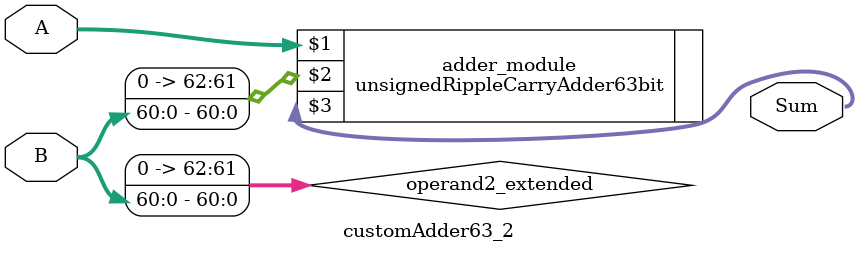
<source format=v>
module customAdder63_2(
                        input [62 : 0] A,
                        input [60 : 0] B,
                        
                        output [63 : 0] Sum
                );

        wire [62 : 0] operand2_extended;
        
        assign operand2_extended =  {2'b0, B};
        
        unsignedRippleCarryAdder63bit adder_module(
            A,
            operand2_extended,
            Sum
        );
        
        endmodule
        
</source>
